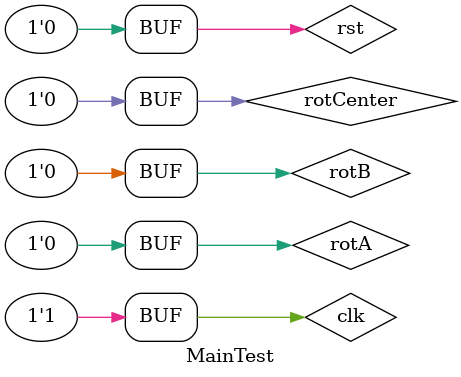
<source format=v>
`timescale 1ns / 1ps


module MainTest;

	// Inputs
	reg rst;
	reg rotA;
	reg rotB;
	reg rotCenter;
	reg clk;

	// Outputs
	wire [11:8] SF_D;
	wire LCD_E;
	wire LCD_RS;
	wire LCD_RW;

	// Instantiate the Unit Under Test (UUT)
	Main uut (
		.rst(rst), 
		.rotA(rotA), 
		.rotB(rotB), 
		.rotCenter(rotCenter), 
		.clk(clk), 
		.SF_D(SF_D), 
		.LCD_E(LCD_E), 
		.LCD_RS(LCD_RS), 
		.LCD_RW(LCD_RW)
	);

	initial begin
		rst = 0;
		rotA = 0;
		rotB = 0;
		rotCenter = 0;

		#100000000 rotA = 1;
		#40 rotB = 1;
		#40 rotA = 0;
		#40 rotB = 0;
		
		#1000 rotB = 1;
		#40 rotA = 1;
		#40 rotB = 0;
		#40 rotA = 0;
	end
	
	always begin
		clk = 0;
		#12 clk = 1;
		#8;
	end
      
endmodule


</source>
